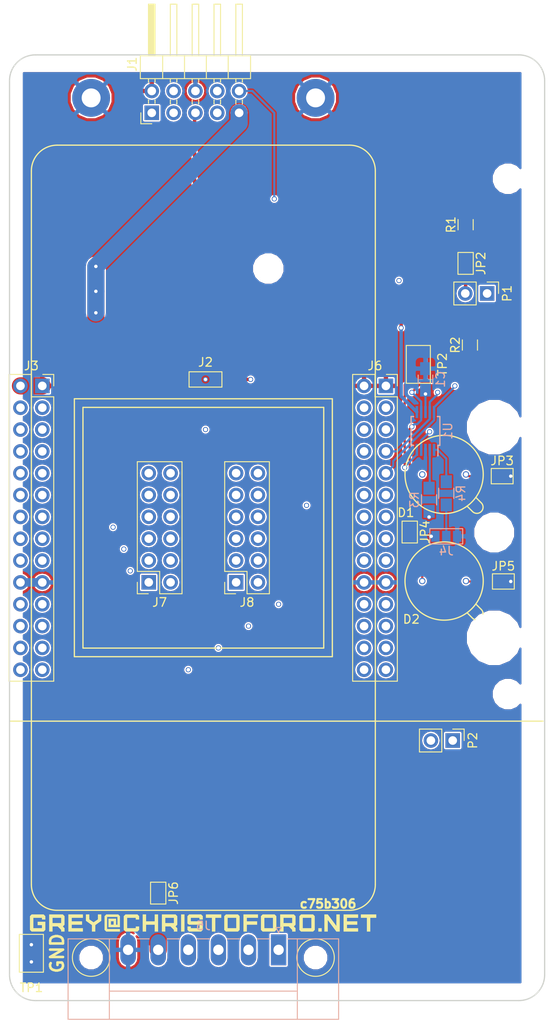
<source format=kicad_pcb>
(kicad_pcb (version 20170123) (host pcbnew "(2017-09-19 revision 0083ce1bd)-master")
  (layers (0 F.Cu mixed) (1 In1.Cu signal) (2 In2.Cu signal) (31 B.Cu mixed) (34 B.Paste user) (35 F.Paste user) (36 B.SilkS user) (37 F.SilkS user) (38 B.Mask user) (39 F.Mask user) (44 Edge.Cuts user))
  (net 0 "")
  (net 1 MISO)
  (net 2 +5V)
  (net 3 SCK)
  (net 4 MOSI)
  (net 5 GND)
  (net 6 SDA)
  (net 7 SCL)
  (net 8 +3V3)
  (net 9 I+)
  (net 10 V+)
  (net 11 V-)
  (net 12 I-)
  (net 13 ~CS0)
  (net 14 /Vin)
  (net 15 V_D)
  (net 16 "Net-(JP2-Pad1)")
  (net 17 /ANODE_A)
  (net 18 /CATHODE_A)
  (net 19 "Net-(JP4-Pad1)")
  (net 20 /ANODE_B)
  (net 21 /CATHODE_B)
  (net 22 "Net-(R3-Pad1)")
  (net 23 "Net-(R4-Pad2)")
  (net 24 "Net-(J4-Pad2)")
  (net 25 V_D_EXT)
  (net 26 V_D_LOC)
  (net 27 "Net-(TP2-Pad1)")
  (net 28 /~CSL)
  (net 29 /I+L)
  (net 30 /V+L)
  (net 31 /V-L)
  (net 32 /I-L)
  (net 33 /I-R)
  (net 34 /V-R)
  (net 35 /V+R)
  (net 36 /I+R)
  (net 37 /~CSR)
  (net 38 "Net-(J7-Pad12)")
  (net 39 "Net-(J7-Pad11)")
  (net 40 "Net-(J7-Pad10)")
  (net 41 "Net-(J7-Pad9)")
  (net 42 "Net-(J7-Pad8)")
  (net 43 "Net-(J7-Pad7)")
  (net 44 "Net-(J7-Pad6)")
  (net 45 "Net-(J7-Pad5)")
  (net 46 "Net-(J7-Pad4)")
  (net 47 "Net-(J7-Pad3)")
  (net 48 "Net-(J7-Pad2)")
  (net 49 "Net-(J7-Pad1)")
  (net 50 "Net-(J8-Pad1)")
  (net 51 "Net-(J8-Pad2)")
  (net 52 "Net-(J8-Pad3)")
  (net 53 "Net-(J8-Pad4)")
  (net 54 "Net-(J8-Pad5)")
  (net 55 "Net-(J8-Pad6)")
  (net 56 "Net-(J8-Pad7)")
  (net 57 "Net-(J8-Pad8)")
  (net 58 "Net-(J8-Pad9)")
  (net 59 "Net-(J8-Pad10)")
  (net 60 "Net-(J8-Pad11)")
  (net 61 "Net-(J8-Pad12)")
  (module Socket_Strips:Socket_Strip_Straight_2x14_Pitch2.54mm (layer F.Cu) (at -18.73 -16.5)
    (fp_text reference J3 (at -1.27 -2.33) (layer F.SilkS))
    (fp_text value Conn_02x14_Counter_Clockwise)
    (pad 1 thru_hole rect (at 0 0) (size 1.7 1.7) (drill 1) (layers *.Cu *.Mask) (net 2 +5V))
    (pad 2 thru_hole oval (at -2.54 0) (size 1.7 1.7) (drill 1) (layers *.Cu *.Mask) (net 2 +5V))
    (pad 3 thru_hole oval (at 0 2.54) (size 1.7 1.7) (drill 1) (layers *.Cu *.Mask) (net 8 +3V3))
    (pad 4 thru_hole oval (at -2.54 2.54) (size 1.7 1.7) (drill 1) (layers *.Cu *.Mask) (net 8 +3V3))
    (pad 5 thru_hole oval (at 0 5.08) (size 1.7 1.7) (drill 1) (layers *.Cu *.Mask) (net 15 V_D))
    (pad 6 thru_hole oval (at -2.54 5.08) (size 1.7 1.7) (drill 1) (layers *.Cu *.Mask) (net 15 V_D))
    (pad 7 thru_hole oval (at 0 7.62) (size 1.7 1.7) (drill 1) (layers *.Cu *.Mask) (net 6 SDA))
    (pad 8 thru_hole oval (at -2.54 7.62) (size 1.7 1.7) (drill 1) (layers *.Cu *.Mask) (net 6 SDA))
    (pad 9 thru_hole oval (at 0 10.16) (size 1.7 1.7) (drill 1) (layers *.Cu *.Mask) (net 7 SCL))
    (pad 10 thru_hole oval (at -2.54 10.16) (size 1.7 1.7) (drill 1) (layers *.Cu *.Mask) (net 7 SCL))
    (pad 11 thru_hole oval (at 0 12.7) (size 1.7 1.7) (drill 1) (layers *.Cu *.Mask) (net 13 ~CS0))
    (pad 12 thru_hole oval (at -2.54 12.7) (size 1.7 1.7) (drill 1) (layers *.Cu *.Mask) (net 28 /~CSL))
    (pad 13 thru_hole oval (at 0 15.24) (size 1.7 1.7) (drill 1) (layers *.Cu *.Mask) (net 1 MISO))
    (pad 14 thru_hole oval (at -2.54 15.24) (size 1.7 1.7) (drill 1) (layers *.Cu *.Mask) (net 1 MISO))
    (pad 15 thru_hole oval (at 0 17.78) (size 1.7 1.7) (drill 1) (layers *.Cu *.Mask) (net 4 MOSI))
    (pad 16 thru_hole oval (at -2.54 17.78) (size 1.7 1.7) (drill 1) (layers *.Cu *.Mask) (net 4 MOSI))
    (pad 17 thru_hole oval (at 0 20.32) (size 1.7 1.7) (drill 1) (layers *.Cu *.Mask) (net 3 SCK))
    (pad 18 thru_hole oval (at -2.54 20.32) (size 1.7 1.7) (drill 1) (layers *.Cu *.Mask) (net 3 SCK))
    (pad 19 thru_hole oval (at 0 22.86) (size 1.7 1.7) (drill 1) (layers *.Cu *.Mask) (net 5 GND))
    (pad 20 thru_hole oval (at -2.54 22.86) (size 1.7 1.7) (drill 1) (layers *.Cu *.Mask) (net 5 GND))
    (pad 21 thru_hole oval (at 0 25.4) (size 1.7 1.7) (drill 1) (layers *.Cu *.Mask) (net 9 I+))
    (pad 22 thru_hole oval (at -2.54 25.4) (size 1.7 1.7) (drill 1) (layers *.Cu *.Mask) (net 29 /I+L))
    (pad 23 thru_hole oval (at 0 27.94) (size 1.7 1.7) (drill 1) (layers *.Cu *.Mask) (net 10 V+))
    (pad 24 thru_hole oval (at -2.54 27.94) (size 1.7 1.7) (drill 1) (layers *.Cu *.Mask) (net 30 /V+L))
    (pad 25 thru_hole oval (at 0 30.48) (size 1.7 1.7) (drill 1) (layers *.Cu *.Mask) (net 11 V-))
    (pad 26 thru_hole oval (at -2.54 30.48) (size 1.7 1.7) (drill 1) (layers *.Cu *.Mask) (net 31 /V-L))
    (pad 27 thru_hole oval (at 0 33.02) (size 1.7 1.7) (drill 1) (layers *.Cu *.Mask) (net 12 I-))
    (pad 28 thru_hole oval (at -2.54 33.02) (size 1.7 1.7) (drill 1) (layers *.Cu *.Mask) (net 32 /I-L))
  )
  (module Socket_Strips:Socket_Strip_Straight_2x14_Pitch2.54mm (layer F.Cu) (at 21.23 -16.5)
    (fp_text reference J6 (at -1.27 -2.33) (layer F.SilkS))
    (fp_text value Conn_02x14_Counter_Clockwise)
    (pad 28 thru_hole oval (at -2.54 33.02) (size 1.7 1.7) (drill 1) (layers *.Cu *.Mask) (net 12 I-))
    (pad 27 thru_hole oval (at 0 33.02) (size 1.7 1.7) (drill 1) (layers *.Cu *.Mask) (net 33 /I-R))
    (pad 26 thru_hole oval (at -2.54 30.48) (size 1.7 1.7) (drill 1) (layers *.Cu *.Mask) (net 11 V-))
    (pad 25 thru_hole oval (at 0 30.48) (size 1.7 1.7) (drill 1) (layers *.Cu *.Mask) (net 34 /V-R))
    (pad 24 thru_hole oval (at -2.54 27.94) (size 1.7 1.7) (drill 1) (layers *.Cu *.Mask) (net 10 V+))
    (pad 23 thru_hole oval (at 0 27.94) (size 1.7 1.7) (drill 1) (layers *.Cu *.Mask) (net 35 /V+R))
    (pad 22 thru_hole oval (at -2.54 25.4) (size 1.7 1.7) (drill 1) (layers *.Cu *.Mask) (net 9 I+))
    (pad 21 thru_hole oval (at 0 25.4) (size 1.7 1.7) (drill 1) (layers *.Cu *.Mask) (net 36 /I+R))
    (pad 20 thru_hole oval (at -2.54 22.86) (size 1.7 1.7) (drill 1) (layers *.Cu *.Mask) (net 5 GND))
    (pad 19 thru_hole oval (at 0 22.86) (size 1.7 1.7) (drill 1) (layers *.Cu *.Mask) (net 5 GND))
    (pad 18 thru_hole oval (at -2.54 20.32) (size 1.7 1.7) (drill 1) (layers *.Cu *.Mask) (net 3 SCK))
    (pad 17 thru_hole oval (at 0 20.32) (size 1.7 1.7) (drill 1) (layers *.Cu *.Mask) (net 3 SCK))
    (pad 16 thru_hole oval (at -2.54 17.78) (size 1.7 1.7) (drill 1) (layers *.Cu *.Mask) (net 4 MOSI))
    (pad 15 thru_hole oval (at 0 17.78) (size 1.7 1.7) (drill 1) (layers *.Cu *.Mask) (net 4 MOSI))
    (pad 14 thru_hole oval (at -2.54 15.24) (size 1.7 1.7) (drill 1) (layers *.Cu *.Mask) (net 1 MISO))
    (pad 13 thru_hole oval (at 0 15.24) (size 1.7 1.7) (drill 1) (layers *.Cu *.Mask) (net 1 MISO))
    (pad 12 thru_hole oval (at -2.54 12.7) (size 1.7 1.7) (drill 1) (layers *.Cu *.Mask) (net 13 ~CS0))
    (pad 11 thru_hole oval (at 0 12.7) (size 1.7 1.7) (drill 1) (layers *.Cu *.Mask) (net 37 /~CSR))
    (pad 10 thru_hole oval (at -2.54 10.16) (size 1.7 1.7) (drill 1) (layers *.Cu *.Mask) (net 7 SCL))
    (pad 9 thru_hole oval (at 0 10.16) (size 1.7 1.7) (drill 1) (layers *.Cu *.Mask) (net 7 SCL))
    (pad 8 thru_hole oval (at -2.54 7.62) (size 1.7 1.7) (drill 1) (layers *.Cu *.Mask) (net 6 SDA))
    (pad 7 thru_hole oval (at 0 7.62) (size 1.7 1.7) (drill 1) (layers *.Cu *.Mask) (net 6 SDA))
    (pad 6 thru_hole oval (at -2.54 5.08) (size 1.7 1.7) (drill 1) (layers *.Cu *.Mask) (net 15 V_D))
    (pad 5 thru_hole oval (at 0 5.08) (size 1.7 1.7) (drill 1) (layers *.Cu *.Mask) (net 15 V_D))
    (pad 4 thru_hole oval (at -2.54 2.54) (size 1.7 1.7) (drill 1) (layers *.Cu *.Mask) (net 8 +3V3))
    (pad 3 thru_hole oval (at 0 2.54) (size 1.7 1.7) (drill 1) (layers *.Cu *.Mask) (net 8 +3V3))
    (pad 2 thru_hole oval (at -2.54 0) (size 1.7 1.7) (drill 1) (layers *.Cu *.Mask) (net 2 +5V))
    (pad 1 thru_hole rect (at 0 0) (size 1.7 1.7) (drill 1) (layers *.Cu *.Mask) (net 2 +5V))
  )
  (module myParts:logo (layer F.Cu) (at 0 46)
    (fp_text reference L1 hide)
    (fp_text value GREY@CHRISTOFORO.NET hide)
  )
  (module Connectors_Phoenix:PhoenixContact_MC-GF_06x3.50mm_Angled_ThreadedFlange_MountHole (layer B.Cu) (at 8.75 49.1 180)
    (fp_text reference J5 (at 8.75 2.8 180) (layer B.SilkS) (effects (justify mirror)))
    (fp_text value Screw_Terminal_01x06)
    (pad 1 thru_hole rect (at 0 0 180) (size 1.8 3.6) (drill 1.2) (layers *.Cu *.Mask) (net 9 I+))
    (pad 2 thru_hole oval (at 3.5 0 180) (size 1.8 3.6) (drill 1.2) (layers *.Cu *.Mask) (net 10 V+))
    (pad 3 thru_hole oval (at 7 0 180) (size 1.8 3.6) (drill 1.2) (layers *.Cu *.Mask) (net 11 V-))
    (pad 4 thru_hole oval (at 10.5 0 180) (size 1.8 3.6) (drill 1.2) (layers *.Cu *.Mask) (net 12 I-))
    (pad 5 thru_hole oval (at 14 0 180) (size 1.8 3.6) (drill 1.2) (layers *.Cu *.Mask) (net 14 /Vin))
    (pad 6 thru_hole oval (at 17.5 0 180) (size 1.8 3.6) (drill 1.2) (layers *.Cu *.Mask) (net 5 GND))
    (pad "" np_thru_hole circle (at -4.3 -0.9 180) (size 2.4 2.4) (drill 2.4) (layers *.Cu *.Mask))
    (pad "" np_thru_hole circle (at 21.8 -0.9 180) (size 2.4 2.4) (drill 2.4) (layers *.Cu *.Mask))
  )
  (module Mounting_Holes:MountingHole_2.2mm_M2_Pad (layer F.Cu) (at 13.05 -50)
    (fp_text reference MK1 hide)
    (fp_text value Mounting_Hole_PAD)
    (pad 1 thru_hole circle (at 0 0) (size 4.4 4.4) (drill 2.2) (layers *.Cu *.Mask) (net 5 GND))
  )
  (module Mounting_Holes:MountingHole_2.2mm_M2_Pad (layer F.Cu) (at -13.05 -50)
    (fp_text reference MK2 hide)
    (fp_text value Mounting_Hole_PAD)
    (pad 1 thru_hole circle (at 0 0) (size 4.4 4.4) (drill 2.2) (layers *.Cu *.Mask) (net 5 GND))
  )
  (module Socket_Strips:Socket_Strip_Straight_2x06_Pitch2.54mm (layer F.Cu) (at -6.35 6.35 180)
    (fp_text reference J7 (at -1.27 -2.33 180) (layer F.SilkS))
    (fp_text value Conn_02x06_Counter_Clockwise)
    (pad 12 thru_hole oval (at -2.54 12.7 180) (size 1.7 1.7) (drill 1) (layers *.Cu *.Mask) (net 38 "Net-(J7-Pad12)"))
    (pad 11 thru_hole oval (at 0 12.7 180) (size 1.7 1.7) (drill 1) (layers *.Cu *.Mask) (net 39 "Net-(J7-Pad11)"))
    (pad 10 thru_hole oval (at -2.54 10.16 180) (size 1.7 1.7) (drill 1) (layers *.Cu *.Mask) (net 40 "Net-(J7-Pad10)"))
    (pad 9 thru_hole oval (at 0 10.16 180) (size 1.7 1.7) (drill 1) (layers *.Cu *.Mask) (net 41 "Net-(J7-Pad9)"))
    (pad 8 thru_hole oval (at -2.54 7.62 180) (size 1.7 1.7) (drill 1) (layers *.Cu *.Mask) (net 42 "Net-(J7-Pad8)"))
    (pad 7 thru_hole oval (at 0 7.62 180) (size 1.7 1.7) (drill 1) (layers *.Cu *.Mask) (net 43 "Net-(J7-Pad7)"))
    (pad 6 thru_hole oval (at -2.54 5.08 180) (size 1.7 1.7) (drill 1) (layers *.Cu *.Mask) (net 44 "Net-(J7-Pad6)"))
    (pad 5 thru_hole oval (at 0 5.08 180) (size 1.7 1.7) (drill 1) (layers *.Cu *.Mask) (net 45 "Net-(J7-Pad5)"))
    (pad 4 thru_hole oval (at -2.54 2.54 180) (size 1.7 1.7) (drill 1) (layers *.Cu *.Mask) (net 46 "Net-(J7-Pad4)"))
    (pad 3 thru_hole oval (at 0 2.54 180) (size 1.7 1.7) (drill 1) (layers *.Cu *.Mask) (net 47 "Net-(J7-Pad3)"))
    (pad 2 thru_hole oval (at -2.54 0 180) (size 1.7 1.7) (drill 1) (layers *.Cu *.Mask) (net 48 "Net-(J7-Pad2)"))
    (pad 1 thru_hole rect (at 0 0 180) (size 1.7 1.7) (drill 1) (layers *.Cu *.Mask) (net 49 "Net-(J7-Pad1)"))
  )
  (module Socket_Strips:Socket_Strip_Straight_2x06_Pitch2.54mm (layer F.Cu) (at 3.81 6.35 180)
    (fp_text reference J8 (at -1.27 -2.33 180) (layer F.SilkS))
    (fp_text value Conn_02x06_Counter_Clockwise)
    (pad 1 thru_hole rect (at 0 0 180) (size 1.7 1.7) (drill 1) (layers *.Cu *.Mask) (net 50 "Net-(J8-Pad1)"))
    (pad 2 thru_hole oval (at -2.54 0 180) (size 1.7 1.7) (drill 1) (layers *.Cu *.Mask) (net 51 "Net-(J8-Pad2)"))
    (pad 3 thru_hole oval (at 0 2.54 180) (size 1.7 1.7) (drill 1) (layers *.Cu *.Mask) (net 52 "Net-(J8-Pad3)"))
    (pad 4 thru_hole oval (at -2.54 2.54 180) (size 1.7 1.7) (drill 1) (layers *.Cu *.Mask) (net 53 "Net-(J8-Pad4)"))
    (pad 5 thru_hole oval (at 0 5.08 180) (size 1.7 1.7) (drill 1) (layers *.Cu *.Mask) (net 54 "Net-(J8-Pad5)"))
    (pad 6 thru_hole oval (at -2.54 5.08 180) (size 1.7 1.7) (drill 1) (layers *.Cu *.Mask) (net 55 "Net-(J8-Pad6)"))
    (pad 7 thru_hole oval (at 0 7.62 180) (size 1.7 1.7) (drill 1) (layers *.Cu *.Mask) (net 56 "Net-(J8-Pad7)"))
    (pad 8 thru_hole oval (at -2.54 7.62 180) (size 1.7 1.7) (drill 1) (layers *.Cu *.Mask) (net 57 "Net-(J8-Pad8)"))
    (pad 9 thru_hole oval (at 0 10.16 180) (size 1.7 1.7) (drill 1) (layers *.Cu *.Mask) (net 58 "Net-(J8-Pad9)"))
    (pad 10 thru_hole oval (at -2.54 10.16 180) (size 1.7 1.7) (drill 1) (layers *.Cu *.Mask) (net 59 "Net-(J8-Pad10)"))
    (pad 11 thru_hole oval (at 0 12.7 180) (size 1.7 1.7) (drill 1) (layers *.Cu *.Mask) (net 60 "Net-(J8-Pad11)"))
    (pad 12 thru_hole oval (at -2.54 12.7 180) (size 1.7 1.7) (drill 1) (layers *.Cu *.Mask) (net 61 "Net-(J8-Pad12)"))
  )
  (module Capacitors_SMD:C_0805_HandSoldering (layer B.Cu) (at 25.831256 -17.25884 90)
    (fp_text reference C1 (at 0 1.75 90) (layer B.SilkS) (effects (justify mirror)))
    (fp_text value 1uF)
    (pad 1 smd rect (at -1.25 0 90) (size 1.5 1.25) (layers B.Cu B.Paste B.Mask) (net 2 +5V))
    (pad 2 smd rect (at 1.25 0 90) (size 1.5 1.25) (layers B.Cu B.Paste B.Mask) (net 5 GND))
  )
  (module Pin_Headers:Pin_Header_Angled_2x05_Pitch2.54mm (layer F.Cu) (at -6 -48.26 90)
    (fp_text reference J1 (at 5.655 -2.27 90) (layer F.SilkS))
    (fp_text value Conn_02x05_Odd_Even)
    (pad 1 thru_hole rect (at 0 0 90) (size 1.7 1.7) (drill 1) (layers *.Cu *.Mask) (net 1 MISO))
    (pad 2 thru_hole oval (at 2.54 0 90) (size 1.7 1.7) (drill 1) (layers *.Cu *.Mask) (net 2 +5V))
    (pad 3 thru_hole oval (at 0 2.54 90) (size 1.7 1.7) (drill 1) (layers *.Cu *.Mask) (net 3 SCK))
    (pad 4 thru_hole oval (at 2.54 2.54 90) (size 1.7 1.7) (drill 1) (layers *.Cu *.Mask) (net 4 MOSI))
    (pad 5 thru_hole oval (at 0 5.08 90) (size 1.7 1.7) (drill 1) (layers *.Cu *.Mask) (net 25 V_D_EXT))
    (pad 6 thru_hole oval (at 2.54 5.08 90) (size 1.7 1.7) (drill 1) (layers *.Cu *.Mask) (net 5 GND))
    (pad 7 thru_hole oval (at 0 7.62 90) (size 1.7 1.7) (drill 1) (layers *.Cu *.Mask) (net 6 SDA))
    (pad 8 thru_hole oval (at 2.54 7.62 90) (size 1.7 1.7) (drill 1) (layers *.Cu *.Mask) (net 7 SCL))
    (pad 9 thru_hole oval (at 0 10.16 90) (size 1.7 1.7) (drill 1) (layers *.Cu *.Mask) (net 14 /Vin))
    (pad 10 thru_hole oval (at 2.54 10.16 90) (size 1.7 1.7) (drill 1) (layers *.Cu *.Mask) (net 13 ~CS0))
  )
  (module Connectors:GS3 (layer B.Cu) (at 28.25 1 90)
    (fp_text reference J4 (at -1.7 0) (layer B.SilkS) (effects (justify mirror)))
    (fp_text value GS3)
    (pad 1 smd rect (at 0 1.27 90) (size 1.27 0.97) (layers B.Cu B.Paste B.Mask) (net 5 GND))
    (pad 2 smd rect (at 0 0 90) (size 1.27 0.97) (layers B.Cu B.Paste B.Mask) (net 24 "Net-(J4-Pad2)"))
    (pad 3 smd rect (at 0 -1.27 90) (size 1.27 0.97) (layers B.Cu B.Paste B.Mask) (net 2 +5V))
  )
  (module Connectors:GS2 (layer F.Cu) (at 30.5 -30.75)
    (fp_text reference JP2 (at 1.78 0 90) (layer F.SilkS))
    (fp_text value Jumper_NO_Small)
    (pad 1 smd rect (at 0 -0.64) (size 1.27 0.97) (layers F.Cu F.Paste F.Mask) (net 16 "Net-(JP2-Pad1)"))
    (pad 2 smd rect (at 0 0.64) (size 1.27 0.97) (layers F.Cu F.Paste F.Mask) (net 17 /ANODE_A))
  )
  (module Connectors:GS2 (layer F.Cu) (at 34.75 -6 90)
    (fp_text reference JP3 (at 1.78 0 180) (layer F.SilkS))
    (fp_text value Jumper_NO_Small)
    (pad 2 smd rect (at 0 0.64 90) (size 1.27 0.97) (layers F.Cu F.Paste F.Mask) (net 5 GND))
    (pad 1 smd rect (at 0 -0.64 90) (size 1.27 0.97) (layers F.Cu F.Paste F.Mask) (net 18 /CATHODE_A))
  )
  (module Connectors:GS2 (layer F.Cu) (at 24 0.5)
    (fp_text reference JP4 (at 1.78 0 90) (layer F.SilkS))
    (fp_text value Jumper_NO_Small)
    (pad 2 smd rect (at 0 0.64) (size 1.27 0.97) (layers F.Cu F.Paste F.Mask) (net 20 /ANODE_B))
    (pad 1 smd rect (at 0 -0.64) (size 1.27 0.97) (layers F.Cu F.Paste F.Mask) (net 19 "Net-(JP4-Pad1)"))
  )
  (module Connectors:GS2 (layer F.Cu) (at 34.89 6.25 90)
    (fp_text reference JP5 (at 1.78 0 180) (layer F.SilkS))
    (fp_text value Jumper_NO_Small)
    (pad 1 smd rect (at 0 -0.64 90) (size 1.27 0.97) (layers F.Cu F.Paste F.Mask) (net 21 /CATHODE_B))
    (pad 2 smd rect (at 0 0.64 90) (size 1.27 0.97) (layers F.Cu F.Paste F.Mask) (net 5 GND))
  )
  (module Connectors:GS2 (layer F.Cu) (at -5.25 42.5)
    (fp_text reference JP6 (at 1.78 0 90) (layer F.SilkS))
    (fp_text value Jumper_NO_Small)
    (pad 1 smd rect (at 0 -0.64) (size 1.27 0.97) (layers F.Cu F.Paste F.Mask) (net 2 +5V))
    (pad 2 smd rect (at 0 0.64) (size 1.27 0.97) (layers F.Cu F.Paste F.Mask) (net 14 /Vin))
  )
  (module Pin_Headers:Pin_Header_Straight_1x02_Pitch2.54mm (layer F.Cu) (at 33 -27.25 270)
    (fp_text reference P1 (at 0 -2.33 270) (layer F.SilkS))
    (fp_text value CONN_01X02)
    (pad 2 thru_hole oval (at 0 2.54 270) (size 1.7 1.7) (drill 1) (layers *.Cu *.Mask) (net 17 /ANODE_A))
    (pad 1 thru_hole rect (at 0 0 270) (size 1.7 1.7) (drill 1) (layers *.Cu *.Mask) (net 18 /CATHODE_A))
  )
  (module Pin_Headers:Pin_Header_Straight_1x02_Pitch2.54mm (layer F.Cu) (at 29 24.75 270)
    (fp_text reference P2 (at 0 -2.33 270) (layer F.SilkS))
    (fp_text value CONN_01X02)
    (pad 1 thru_hole rect (at 0 0 270) (size 1.7 1.7) (drill 1) (layers *.Cu *.Mask) (net 21 /CATHODE_B))
    (pad 2 thru_hole oval (at 0 2.54 270) (size 1.7 1.7) (drill 1) (layers *.Cu *.Mask) (net 20 /ANODE_B))
  )
  (module Resistors_SMD:R_0805_HandSoldering (layer F.Cu) (at 30.5 -35.25 90)
    (fp_text reference R1 (at 0 -1.7 90) (layer F.SilkS))
    (fp_text value 1.2K)
    (pad 2 smd rect (at 1.35 0 90) (size 1.5 1.3) (layers F.Cu F.Paste F.Mask) (net 2 +5V))
    (pad 1 smd rect (at -1.35 0 90) (size 1.5 1.3) (layers F.Cu F.Paste F.Mask) (net 16 "Net-(JP2-Pad1)"))
  )
  (module Resistors_SMD:R_0805_HandSoldering (layer F.Cu) (at 31 -21.25 90)
    (fp_text reference R2 (at 0 -1.7 90) (layer F.SilkS))
    (fp_text value 1.2K)
    (pad 1 smd rect (at -1.35 0 90) (size 1.5 1.3) (layers F.Cu F.Paste F.Mask) (net 19 "Net-(JP4-Pad1)"))
    (pad 2 smd rect (at 1.35 0 90) (size 1.5 1.3) (layers F.Cu F.Paste F.Mask) (net 2 +5V))
  )
  (module Resistors_SMD:R_0805_HandSoldering (layer B.Cu) (at 26.25 -3.25 270)
    (fp_text reference R3 (at 0 1.7 270) (layer B.SilkS) (effects (justify mirror)))
    (fp_text value 10K)
    (pad 1 smd rect (at -1.35 0 270) (size 1.5 1.3) (layers B.Cu B.Paste B.Mask) (net 22 "Net-(R3-Pad1)"))
    (pad 2 smd rect (at 1.35 0 270) (size 1.5 1.3) (layers B.Cu B.Paste B.Mask) (net 2 +5V))
  )
  (module Resistors_SMD:R_0805_HandSoldering (layer B.Cu) (at 28.25 -4 90)
    (fp_text reference R4 (at 0 1.7 90) (layer B.SilkS) (effects (justify mirror)))
    (fp_text value 10K)
    (pad 2 smd rect (at 1.35 0 90) (size 1.5 1.3) (layers B.Cu B.Paste B.Mask) (net 23 "Net-(R4-Pad2)"))
    (pad 1 smd rect (at -1.35 0 90) (size 1.5 1.3) (layers B.Cu B.Paste B.Mask) (net 24 "Net-(J4-Pad2)"))
  )
  (module Housings_SSOP:MSOP-10_3x3mm_Pitch0.5mm (layer B.Cu) (at 25.831256 -11.25884 90)
    (fp_text reference U1 (at 0 2.6 90) (layer B.SilkS) (effects (justify mirror)))
    (fp_text value ADS1115)
    (pad 1 smd rect (at -2.2 1 90) (size 1.4 0.3) (layers B.Cu B.Paste B.Mask) (net 23 "Net-(R4-Pad2)"))
    (pad 2 smd rect (at -2.2 0.5 90) (size 1.4 0.3) (layers B.Cu B.Paste B.Mask) (net 22 "Net-(R3-Pad1)"))
    (pad 3 smd rect (at -2.2 0 90) (size 1.4 0.3) (layers B.Cu B.Paste B.Mask) (net 5 GND))
    (pad 4 smd rect (at -2.2 -0.5 90) (size 1.4 0.3) (layers B.Cu B.Paste B.Mask) (net 26 V_D_LOC))
    (pad 5 smd rect (at -2.2 -1 90) (size 1.4 0.3) (layers B.Cu B.Paste B.Mask) (net 27 "Net-(TP2-Pad1)"))
    (pad 6 smd rect (at 2.2 -1 90) (size 1.4 0.3) (layers B.Cu B.Paste B.Mask) (net 16 "Net-(JP2-Pad1)"))
    (pad 7 smd rect (at 2.2 -0.5 90) (size 1.4 0.3) (layers B.Cu B.Paste B.Mask) (net 19 "Net-(JP4-Pad1)"))
    (pad 8 smd rect (at 2.2 0 90) (size 1.4 0.3) (layers B.Cu B.Paste B.Mask) (net 2 +5V))
    (pad 9 smd rect (at 2.2 0.5 90) (size 1.4 0.3) (layers B.Cu B.Paste B.Mask) (net 6 SDA))
    (pad 10 smd rect (at 2.2 1 90) (size 1.4 0.3) (layers B.Cu B.Paste B.Mask) (net 7 SCL))
  )
  (module myParts:BPW21 (layer F.Cu) (at 28 -6.2)
    (fp_text reference D1 (at -4.445 4.445) (layer F.SilkS))
    (fp_text value BPW21)
    (pad 2 thru_hole circle (at 2.54 0) (size 0.75 0.75) (drill 0.5) (layers *.Cu *.Mask) (net 18 /CATHODE_A))
    (pad 1 thru_hole circle (at -2.54 0) (size 0.75 0.75) (drill 0.5) (layers *.Cu *.Mask) (net 17 /ANODE_A))
  )
  (module myParts:BPW21 (layer F.Cu) (at 28 6.2)
    (fp_text reference D2 (at -3.81 4.445) (layer F.SilkS))
    (fp_text value BPW21)
    (pad 1 thru_hole circle (at -2.54 0) (size 0.75 0.75) (drill 0.5) (layers *.Cu *.Mask) (net 20 /ANODE_B))
    (pad 2 thru_hole circle (at 2.54 0) (size 0.75 0.75) (drill 0.5) (layers *.Cu *.Mask) (net 21 /CATHODE_B))
  )
  (module Connectors:GS3 (layer F.Cu) (at 0.25 -17.25 90)
    (fp_text reference J2 (at 2 0 180) (layer F.SilkS))
    (fp_text value GS3)
    (pad 1 smd rect (at 0 -1.27 90) (size 1.27 0.97) (layers F.Cu F.Paste F.Mask) (net 25 V_D_EXT))
    (pad 2 smd rect (at 0 0 90) (size 1.27 0.97) (layers F.Cu F.Paste F.Mask) (net 15 V_D))
    (pad 3 smd rect (at 0 1.27 90) (size 1.27 0.97) (layers F.Cu F.Paste F.Mask) (net 26 V_D_LOC))
  )
  (module myParts:Test_Point_S1751-46R (layer F.Cu) (at -20 49.5 90)
    (fp_text reference TP1 (at -4 0 180) (layer F.SilkS))
    (fp_text value Test_Point)
    (pad 1 smd rect (at 0 0 90) (size 3.45 1.85) (layers F.Cu F.Mask) (net 5 GND))
  )
  (module myParts:Test_Point_S1751-46R (layer F.Cu) (at 25 -19 270)
    (fp_text reference TP2 (at 0 -2.8 270) (layer F.SilkS))
    (fp_text value Test_Point)
    (pad 1 smd rect (at 0 0 270) (size 3.45 1.85) (layers F.Cu F.Mask) (net 27 "Net-(TP2-Pad1)"))
  )
  (module Mounting_Holes:MountingHole_3.2mm_M3 (layer F.Cu) (at 35.427 -40.593)
    (fp_text reference MK5 hide)
    (fp_text value Mounting_Hole)
    (pad 1 np_thru_hole circle (at 0 0) (size 3.2 3.2) (drill 3.2) (layers *.Cu *.Mask))
  )
  (module Mounting_Holes:MountingHole_3.2mm_M3 (layer F.Cu) (at 7.551 -30.149)
    (fp_text reference MK7 hide)
    (fp_text value Mounting_Hole)
    (pad 1 np_thru_hole circle (at 0 0) (size 3.2 3.2) (drill 3.2) (layers *.Cu *.Mask))
  )
  (module Mounting_Holes:MountingHole_3.2mm_M3 (layer F.Cu) (at 35.427 19.351)
    (fp_text reference MK8 hide)
    (fp_text value Mounting_Hole)
    (pad 1 np_thru_hole circle (at 0 0) (size 3.2 3.2) (drill 3.2) (layers *.Cu *.Mask))
  )
  (module Mounting_Holes:MountingHole_6mm (layer F.Cu) (at 33.825 -11.695)
    (fp_text reference MK3 hide)
    (fp_text value Mounting_Hole)
    (pad 1 np_thru_hole circle (at 0 0) (size 6 6) (drill 6) (layers *.Cu *.Mask))
  )
  (module Mounting_Holes:MountingHole_6mm (layer F.Cu) (at 33.825 12.805)
    (fp_text reference MK4 hide)
    (fp_text value Mounting_Hole)
    (pad 1 np_thru_hole circle (at 0 0) (size 6 6) (drill 6) (layers *.Cu *.Mask))
  )
  (module Mounting_Holes:MountingHole_4.3mm_M4 (layer F.Cu) (at 33.825 0.555)
    (fp_text reference MK6 hide)
    (fp_text value Mounting_Hole)
    (pad 1 np_thru_hole circle (at 0 0) (size 4.3 4.3) (drill 4.3) (layers *.Cu *.Mask))
  )
  (gr_text c75b306 (at 14.5 43.75) (layer F.SilkS) (effects (font (size 1 1) (thickness 0.25))))
  (gr_text GND (at -17 49.5 90) (layer F.SilkS) (effects (font (size 1.5 1.5) (thickness 0.3))))
  (gr_line (start 39.5 22.5) (end -22.5 22.5) (layer F.SilkS) (width 0.15))
  (gr_line (start 14 14) (end 14 -14) (layer F.SilkS) (width 0.15))
  (gr_line (start -14 14) (end 14 14) (layer F.SilkS) (width 0.15))
  (gr_line (start -14 -14) (end -14 14) (layer F.SilkS) (width 0.15))
  (gr_line (start 14 -14) (end -14 -14) (layer F.SilkS) (width 0.15))
  (gr_line (start 15 15) (end -15 15) (layer F.SilkS) (width 0.15))
  (gr_line (start 15 -15) (end 15 15) (layer F.SilkS) (width 0.15))
  (gr_line (start -15 -15) (end 15 -15) (layer F.SilkS) (width 0.15))
  (gr_line (start -15 15) (end -15 -15) (layer F.SilkS) (width 0.15))
  (gr_arc (start 17 41.5) (end 17 44.5) (angle -90) (layer F.SilkS) (width 0.15))
  (gr_arc (start -17 41.5) (end -20 41.5) (angle -90) (layer F.SilkS) (width 0.15))
  (gr_arc (start -17 -41.5) (end -17 -44.5) (angle -90) (layer F.SilkS) (width 0.15))
  (gr_arc (start 17 -41.5) (end 20 -41.5) (angle -90) (layer F.SilkS) (width 0.15))
  (gr_line (start 17 -44.5) (end -17 -44.5) (layer F.SilkS) (width 0.15))
  (gr_line (start 17 44.5) (end -17 44.5) (layer F.SilkS) (width 0.15))
  (gr_line (start 20 -41.5) (end 20 41.5) (layer F.SilkS) (width 0.15))
  (gr_line (start -20 -41.5) (end -20 41.5) (layer F.SilkS) (width 0.15))
  (gr_arc (start 36.69 -52) (end 39.69 -52) (angle -90) (layer Edge.Cuts) (width 0.15))
  (gr_arc (start -19.54 -52) (end -19.5 -55) (angle -90.76389846) (layer Edge.Cuts) (width 0.15))
  (gr_arc (start -19.54 52) (end -22.54 52) (angle -90.76389006) (layer Edge.Cuts) (width 0.15))
  (gr_arc (start 36.689733 52) (end 36.649733 55) (angle -90.76389846) (layer Edge.Cuts) (width 0.15))
  (gr_line (start 39.69 52) (end 39.69 -52) (layer Edge.Cuts) (width 0.15))
  (gr_line (start -22.54 -52) (end -22.54 52) (layer Edge.Cuts) (width 0.15))
  (gr_line (start -19.5 55) (end 36.649733 55) (angle 90) (layer Edge.Cuts) (width 0.15))
  (gr_line (start -19.5 -55) (end 36.69 -55) (angle 90) (layer Edge.Cuts) (width 0.15))
  (via (at 26.25 -1.25) (size 0.6) (drill 0.4) (layers F.Cu B.Cu) (net 2))
  (via (at 26.5 1) (size 0.6) (drill 0.4) (layers F.Cu B.Cu) (net 2))
  (via (at -10.5 -0.059999) (size 0.6) (drill 0.4) (layers F.Cu B.Cu) (net 1))
  (segment (start -18.73 -16.5) (end -21.27 -16.5) (width 2) (layer F.Cu) (net 2))
  (via (at -8.5 5.020001) (size 0.6) (drill 0.4) (layers F.Cu B.Cu) (net 3))
  (via (at -9.25 2.480001) (size 0.6) (drill 0.4) (layers F.Cu B.Cu) (net 4))
  (via (at 35.75 6.25) (size 0.6) (drill 0.4) (layers F.Cu B.Cu) (net 5))
  (via (at 35.75 -6) (size 0.6) (drill 0.4) (layers F.Cu B.Cu) (net 5))
  (segment (start 26.331256 -13.45884) (end 26.331256 -12.661098) (width 0.25) (layer B.Cu) (net 6))
  (segment (start 26.331256 -12.661098) (end 22.550158 -8.88) (width 0.25) (layer B.Cu) (net 6))
  (segment (start 22.550158 -8.88) (end 22.432081 -8.88) (width 0.25) (layer B.Cu) (net 6))
  (segment (start 22.432081 -8.88) (end 21.23 -8.88) (width 0.25) (layer B.Cu) (net 6))
  (segment (start 26.331256 -13.45884) (end 26.331256 -14.620838) (width 0.25) (layer B.Cu) (net 6))
  (segment (start 26.331256 -14.620838) (end 27.25 -15.539582) (width 0.25) (layer B.Cu) (net 6))
  (segment (start 27.25 -15.539582) (end 27.25 -15.75) (width 0.25) (layer B.Cu) (net 6))
  (via (at 27.25 -15.75) (size 0.6) (drill 0.4) (layers F.Cu B.Cu) (net 6))
  (segment (start 21.23 -6.34) (end 22.079999 -7.189999) (width 0.25) (layer B.Cu) (net 7))
  (segment (start 22.079999 -7.189999) (end 22.079999 -7.757583) (width 0.25) (layer B.Cu) (net 7))
  (segment (start 22.079999 -7.757583) (end 26.831256 -12.50884) (width 0.25) (layer B.Cu) (net 7))
  (via (at 22.75 -28.75) (size 0.6) (drill 0.4) (layers F.Cu B.Cu) (net 7))
  (segment (start 26.831256 -13.45884) (end 26.831256 -14.00884) (width 0.25) (layer B.Cu) (net 7))
  (segment (start 26.831256 -14.00884) (end 29.25 -16.427584) (width 0.25) (layer B.Cu) (net 7))
  (segment (start 29.25 -16.427584) (end 29.25 -16.5) (width 0.25) (layer B.Cu) (net 7))
  (via (at 29.25 -16.5) (size 0.6) (drill 0.4) (layers F.Cu B.Cu) (net 7))
  (segment (start 26.831256 -13.45884) (end 26.831256 -12.50884) (width 0.25) (layer B.Cu) (net 7))
  (via (at 12 -2.599999) (size 0.6) (drill 0.4) (layers F.Cu B.Cu) (net 13))
  (segment (start 5.7 -50.8) (end 8.25 -48.25) (width 0.25) (layer B.Cu) (net 13))
  (segment (start 8.25 -48.25) (end 8.25 -38.25) (width 0.25) (layer B.Cu) (net 13))
  (via (at 8.25 -38.25) (size 0.6) (drill 0.4) (layers F.Cu B.Cu) (net 13))
  (segment (start 4.16 -50.8) (end 5.7 -50.8) (width 0.25) (layer B.Cu) (net 13))
  (via (at 0.25 -11.42) (size 0.6) (drill 0.4) (layers F.Cu B.Cu) (net 15))
  (via (at 0.25 -17.25) (size 0.6) (drill 0.4) (layers F.Cu B.Cu) (net 15))
  (via (at 8.75 8.9) (size 0.6) (drill 0.4) (layers F.Cu B.Cu) (net 9))
  (via (at 5.25 11.44) (size 0.6) (drill 0.4) (layers F.Cu B.Cu) (net 10))
  (via (at 1.75 13.98) (size 0.6) (drill 0.4) (layers F.Cu B.Cu) (net 11))
  (via (at -1.75 16.52) (size 0.6) (drill 0.4) (layers F.Cu B.Cu) (net 12))
  (via (at 25.831256 -15.558746) (size 0.6) (drill 0.4) (layers F.Cu B.Cu) (net 2))
  (segment (start 25.831256 -16.00884) (end 25.831256 -13.45884) (width 0.25) (layer B.Cu) (net 2))
  (segment (start -21.27 6.36) (end -18.73 6.36) (width 1) (layer B.Cu) (net 5))
  (via (at -20 50.5) (size 0.6) (drill 0.4) (layers F.Cu B.Cu) (net 5))
  (via (at -20 48.5) (size 0.6) (drill 0.4) (layers F.Cu B.Cu) (net 5))
  (segment (start -12.5 -27.5) (end -12.5 -25) (width 2) (layer F.Cu) (net 14))
  (segment (start -12.5 -25) (end -12.5 40.95) (width 2) (layer F.Cu) (net 14))
  (segment (start -12.5 -27.5) (end -12.5 -25) (width 2) (layer B.Cu) (net 14))
  (via (at -12.5 -25) (size 0.6) (drill 0.4) (layers F.Cu B.Cu) (net 14))
  (segment (start -12.5 -30.397919) (end -12.5 -27.5) (width 2) (layer F.Cu) (net 14))
  (segment (start -12.5 -30.397919) (end -12.5 -27.5) (width 2) (layer B.Cu) (net 14))
  (via (at -12.5 -27.5) (size 0.6) (drill 0.4) (layers F.Cu B.Cu) (net 14))
  (segment (start 4.16 -48.26) (end 4.16 -47.057919) (width 2) (layer B.Cu) (net 14))
  (segment (start 4.16 -47.057919) (end -12.5 -30.397919) (width 2) (layer B.Cu) (net 14))
  (via (at -12.5 -30.397919) (size 0.6) (drill 0.4) (layers F.Cu B.Cu) (net 14))
  (segment (start -12.5 40.95) (end -5.25 48.2) (width 2) (layer F.Cu) (net 14))
  (segment (start -5.25 48.2) (end -5.25 49.1) (width 2) (layer F.Cu) (net 14))
  (segment (start -5.25 43.14) (end -5.25 44) (width 0.4) (layer F.Cu) (net 14))
  (segment (start -5.25 49.1) (end -5.25 44) (width 2) (layer F.Cu) (net 14))
  (segment (start 23 -23.25) (end 23 -15.290096) (width 0.4) (layer B.Cu) (net 16))
  (segment (start 23 -15.290096) (end 24.821255 -13.468841) (width 0.4) (layer B.Cu) (net 16))
  (segment (start 30.5 -31.39) (end 29.465 -31.39) (width 0.4) (layer F.Cu) (net 16))
  (segment (start 29.465 -31.39) (end 23 -24.925) (width 0.4) (layer F.Cu) (net 16))
  (segment (start 23 -24.925) (end 23 -23.25) (width 0.4) (layer F.Cu) (net 16))
  (via (at 23 -23.25) (size 0.6) (drill 0.4) (layers F.Cu B.Cu) (net 16))
  (segment (start 30.5 -31.39) (end 30.5 -33.9) (width 0.4) (layer F.Cu) (net 16))
  (segment (start 30.5 -30.11) (end 30.5 -27.29) (width 0.4) (layer F.Cu) (net 17))
  (segment (start 30.5 -27.29) (end 30.46 -27.25) (width 0.4) (layer F.Cu) (net 17))
  (segment (start 34.11 -6) (end 30.74 -6) (width 0.25) (layer F.Cu) (net 18))
  (segment (start 30.74 -6) (end 30.54 -6.2) (width 0.25) (layer F.Cu) (net 18))
  (segment (start 24.25 -15.75) (end 25.331256 -14.668744) (width 0.25) (layer B.Cu) (net 19))
  (segment (start 25.331256 -14.668744) (end 25.331256 -13.45884) (width 0.25) (layer B.Cu) (net 19))
  (via (at 24.25 -15.75) (size 0.6) (drill 0.4) (layers F.Cu B.Cu) (net 19))
  (segment (start 31 -19.9) (end 30.1 -19.9) (width 0.25) (layer F.Cu) (net 19))
  (segment (start 30.1 -19.9) (end 27.189999 -16.989999) (width 0.25) (layer F.Cu) (net 19))
  (segment (start 27.189999 -16.989999) (end 25.489999 -16.989999) (width 0.25) (layer F.Cu) (net 19))
  (segment (start 25.489999 -16.989999) (end 24.25 -15.75) (width 0.25) (layer F.Cu) (net 19))
  (segment (start 24.25 -11.75) (end 24.549999 -12.049999) (width 0.25) (layer B.Cu) (net 19))
  (segment (start 24.549999 -12.049999) (end 24.872415 -12.049999) (width 0.25) (layer B.Cu) (net 19))
  (segment (start 24.872415 -12.049999) (end 25.331256 -12.50884) (width 0.25) (layer B.Cu) (net 19))
  (segment (start 25.331256 -12.50884) (end 25.331256 -13.45884) (width 0.25) (layer B.Cu) (net 19))
  (via (at 24.25 -11.75) (size 0.6) (drill 0.4) (layers F.Cu B.Cu) (net 19))
  (segment (start 24 -0.14) (end 24 -11.5) (width 0.25) (layer F.Cu) (net 19))
  (segment (start 24 -11.5) (end 24.25 -11.75) (width 0.25) (layer F.Cu) (net 19))
  (segment (start 25.46 6.2) (end 25.46 2.45) (width 0.25) (layer F.Cu) (net 20))
  (segment (start 25.46 2.45) (end 24.15 1.14) (width 0.25) (layer F.Cu) (net 20))
  (segment (start 24.15 1.14) (end 24 1.14) (width 0.25) (layer F.Cu) (net 20))
  (segment (start 34.25 6.25) (end 30.59 6.25) (width 0.25) (layer F.Cu) (net 21))
  (segment (start 30.59 6.25) (end 30.54 6.2) (width 0.25) (layer F.Cu) (net 21))
  (segment (start 30.59 6.25) (end 30.54 6.2) (width 0.25) (layer B.Cu) (net 21))
  (segment (start 26.331256 -9.05884) (end 26.331256 -4.681256) (width 0.25) (layer B.Cu) (net 22))
  (segment (start 26.331256 -4.681256) (end 26.25 -4.6) (width 0.25) (layer B.Cu) (net 22))
  (segment (start 26.831256 -9.05884) (end 27.231256 -9.05884) (width 0.25) (layer B.Cu) (net 23))
  (segment (start 27.231256 -9.05884) (end 28.25 -8.040096) (width 0.25) (layer B.Cu) (net 23))
  (segment (start 28.25 -8.040096) (end 28.25 -6.35) (width 0.25) (layer B.Cu) (net 23))
  (segment (start 28.25 -6.35) (end 28.25 -5.35) (width 0.25) (layer B.Cu) (net 23))
  (segment (start 28.25 1) (end 28.25 -2.65) (width 0.25) (layer B.Cu) (net 24))
  (segment (start -1.02 -17.25) (end -1.02 -48.16) (width 0.4) (layer F.Cu) (net 25))
  (segment (start -1.02 -48.16) (end -0.92 -48.26) (width 0.4) (layer F.Cu) (net 25))
  (segment (start 26.012479 -10.862733) (end 26.312478 -11.162732) (width 0.25) (layer B.Cu) (net 26))
  (segment (start 25.331256 -10.18151) (end 26.012479 -10.862733) (width 0.25) (layer B.Cu) (net 26))
  (via (at 26.312478 -11.162732) (size 0.6) (drill 0.4) (layers F.Cu B.Cu) (net 26))
  (segment (start 25.331256 -9.05884) (end 25.331256 -10.18151) (width 0.25) (layer B.Cu) (net 26))
  (segment (start 1.52 -17.25) (end 5.5 -17.25) (width 0.4) (layer F.Cu) (net 26))
  (via (at 5.5 -17.25) (size 0.6) (drill 0.4) (layers F.Cu B.Cu) (net 26))
  (segment (start 23.41499 -7.424264) (end 23.41499 -7) (width 0.25) (layer F.Cu) (net 27))
  (segment (start 23.41499 -16.61499) (end 23.41499 -7.424264) (width 0.25) (layer F.Cu) (net 27))
  (segment (start 25 -18.2) (end 23.41499 -16.61499) (width 0.25) (layer F.Cu) (net 27))
  (segment (start 25 -19) (end 25 -18.2) (width 0.25) (layer F.Cu) (net 27))
  (segment (start 24.831256 -8.50884) (end 23.41499 -7.092574) (width 0.25) (layer B.Cu) (net 27))
  (segment (start 23.41499 -7.092574) (end 23.41499 -7) (width 0.25) (layer B.Cu) (net 27))
  (segment (start 24.831256 -9.05884) (end 24.831256 -8.50884) (width 0.25) (layer B.Cu) (net 27))
  (via (at 23.41499 -7) (size 0.6) (drill 0.4) (layers F.Cu B.Cu) (net 27))
  (zone (net 2) (net_name +5V) (layer F.Cu) (connect_pads (clearance 0.17)) (min_thickness 0.254) (fill yes (arc_segments 16) (thermal_gap 0.508) (thermal_bridge_width 0.508))
    (polygon (pts (xy -21 -53) (xy -21 53) (xy 37 53) (xy 37 -53)))
  )
  (zone (net 5) (net_name GND) (layer B.Cu) (connect_pads (clearance 0.17)) (min_thickness 0.254) (fill yes (arc_segments 16) (thermal_gap 0.508) (thermal_bridge_width 0.508))
    (polygon (pts (xy -21 -53) (xy -21 53) (xy 37 53) (xy 37 -53)))
  )
)
</source>
